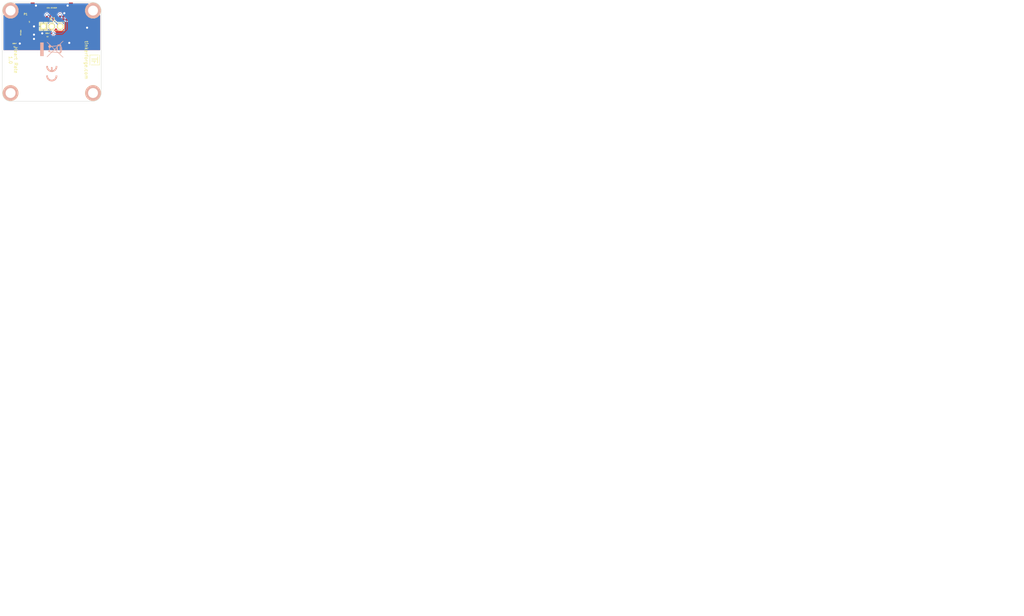
<source format=kicad_pcb>
(kicad_pcb (version 3) (host pcbnew "(2013-07-24 BZR 4024)-stable")
  (title_block (title "Heart Rate Bricklet") (rev 1.0) (company "Tinkerforge GmbH") (comment 1 "Licensed under CERN OHL v.1.1") (comment 2 "Copyright (©) 2014, B.Nordmeyer <bastian@tinkerforge.com>"))
  (layers (15 F.Cu signal) (0 B.Cu signal) (18 B.Paste user) (19 F.Paste user) (20 B.SilkS user) (21 F.SilkS user) (22 B.Mask user) (23 F.Mask user) (28 Edge.Cuts user))
  (net 0 "")
  (net 1 GND)
  (net 2 N-000005)
  (net 3 N-000006)
  (net 4 SCL)
  (net 5 SDA)
  (net 6 VCC)
  (module CE_5mm (layer B.Cu) (at 106.3 82.8 90)
    (fp_text reference VAL hide)
    (fp_text value CE_5mm hide)
  )
  (module WEEE_7mm (layer B.Cu) (at 106.3 75.4 270)
    (fp_text reference VAL hide)
    (fp_text value WEEE_7mm hide)
  )
  (module DRILL_NP (layer F.Cu) (at 93.8 63.7)
    (fp_text reference U3 hide)
    (fp_text value DRILL hide)
    (pad "" np_thru_hole circle (at 0 0) (size 2.99974 2.99974) (drill 2.99974) (layers *.Cu *.Mask F.SilkS) (clearance 0.89916))
  )
  (module DRILL_NP (layer F.Cu) (at 118.8 63.7)
    (fp_text reference U4 hide)
    (fp_text value DRILL hide)
    (pad "" np_thru_hole circle (at 0 0) (size 2.99974 2.99974) (drill 2.99974) (layers *.Cu *.Mask F.SilkS) (clearance 0.89916))
  )
  (module DRILL_NP (layer F.Cu) (at 93.8 88.7)
    (fp_text reference U5 hide)
    (fp_text value DRILL hide)
    (pad "" np_thru_hole circle (at 0 0) (size 2.99974 2.99974) (drill 2.99974) (layers *.Cu *.Mask F.SilkS) (clearance 0.89916))
  )
  (module 0603 (layer F.Cu) (at 105 70.6 180)
    (fp_text reference C2 (at 0 -1.00076 180) (layer F.SilkS) (effects (font (size 0.29972 0.29972) (thickness 0.0762))))
    (fp_text value 100nF (at 0 0 180) (layer F.SilkS) (effects (font (size 0.29972 0.29972) (thickness 0.0762))))
    (pad 1 smd rect (at -0.8001 0 180) (size 0.8001 0.8001) (layers F.Cu F.Paste F.Mask) (net 6 VCC))
    (pad 2 smd rect (at 0.8001 0 180) (size 0.8001 0.8001) (layers F.Cu F.Paste F.Mask) (net 1 GND))
  )
  (module 0603 (layer F.Cu) (at 95 73.7 180)
    (fp_text reference C1 (at 0 -1.00076 180) (layer F.SilkS) (effects (font (size 0.29972 0.29972) (thickness 0.0762))))
    (fp_text value 100nF (at 0 0 180) (layer F.SilkS) (effects (font (size 0.29972 0.29972) (thickness 0.0762))))
    (pad 1 smd rect (at -0.8001 0 180) (size 0.8001 0.8001) (layers F.Cu F.Paste F.Mask) (net 1 GND))
    (pad 2 smd rect (at 0.8001 0 180) (size 0.8001 0.8001) (layers F.Cu F.Paste F.Mask) (net 6 VCC))
  )
  (module CON-SENSOR (layer F.Cu) (at 106.3 61.3 180)
    (fp_text reference P1 (at 7.9502 -3.50012 180) (layer F.SilkS) (effects (font (size 0.59944 0.59944) (thickness 0.12446))))
    (fp_text value CON-SENSOR (at 0 -1.6002 180) (layer F.SilkS) (effects (font (size 0.29972 0.29972) (thickness 0.07112))))
    (pad 1 smd rect (at -4.50088 -4.7752 180) (size 0.59944 1.5494) (layers F.Cu F.Paste F.Mask))
    (pad 2 smd rect (at -3.50012 -4.7752 180) (size 0.59944 1.5494) (layers F.Cu F.Paste F.Mask) (net 1 GND))
    (pad 3 smd rect (at -2.49936 -4.7752 180) (size 0.59944 1.5494) (layers F.Cu F.Paste F.Mask) (net 6 VCC))
    (pad 4 smd rect (at -1.50114 -4.7752 180) (size 0.59944 1.5494) (layers F.Cu F.Paste F.Mask) (net 4 SCL))
    (pad 5 smd rect (at -0.50038 -4.7752 180) (size 0.59944 1.5494) (layers F.Cu F.Paste F.Mask) (net 5 SDA))
    (pad 6 smd rect (at 0.50038 -4.7752 180) (size 0.59944 1.5494) (layers F.Cu F.Paste F.Mask) (net 3 N-000006))
    (pad 7 smd rect (at 1.50114 -4.7752 180) (size 0.59944 1.5494) (layers F.Cu F.Paste F.Mask) (net 2 N-000005))
    (pad 8 smd rect (at 2.49936 -4.7752 180) (size 0.59944 1.5494) (layers F.Cu F.Paste F.Mask))
    (pad 9 smd rect (at 3.50012 -4.7752 180) (size 0.59944 1.5494) (layers F.Cu F.Paste F.Mask))
    (pad 10 smd rect (at 4.50088 -4.7752 180) (size 0.59944 1.5494) (layers F.Cu F.Paste F.Mask))
    (pad EP smd rect (at -5.79882 -0.89916 180) (size 1.19888 1.80086) (layers F.Cu F.Paste F.Mask) (net 1 GND))
    (pad EP smd rect (at 5.79882 -0.89916 180) (size 1.19888 1.80086) (layers F.Cu F.Paste F.Mask) (net 1 GND))
  )
  (module Logo_31x31 (layer F.Cu) (at 120.9 77.1 270)
    (fp_text reference G*** hide)
    (fp_text value Logo_31x31 hide)
  )
  (module PIN_ARRAY_3X1 (layer F.Cu) (at 106.3 68.5)
    (fp_text reference K1 (at 0.254 -2.159) (layer F.SilkS) (effects (font (size 1.016 1.016) (thickness 0.1524))))
    (fp_text value CONN_3 hide)
    (pad 1 thru_hole rect (at -2.54 0) (size 2 2) (drill 1.3) (layers *.Cu *.Mask F.SilkS) (net 1 GND))
    (pad 2 thru_hole circle (at 0 0) (size 2 2) (drill 1.3) (layers *.Cu *.Mask F.SilkS) (net 6 VCC))
    (pad 3 thru_hole circle (at 2.54 0) (size 2 2) (drill 1.3) (layers *.Cu *.Mask F.SilkS) (net 2 N-000005))
  )
  (module SOIC8 (layer F.Cu) (at 96.9 70.4 90)
    (fp_text reference U1 (at 3.29946 2.60096 90) (layer F.SilkS) (effects (font (size 0.29972 0.29972) (thickness 0.0762))))
    (fp_text value M24C64 (at 0 0 90) (layer F.SilkS) (effects (font (size 0.29972 0.29972) (thickness 0.0762))))
    (pad 1 smd rect (at -1.90246 2.69748 270) (size 0.59944 1.5494) (layers F.Cu F.Paste F.Mask) (net 1 GND))
    (pad 2 smd rect (at -0.63246 2.69748 270) (size 0.59944 1.5494) (layers F.Cu F.Paste F.Mask) (net 1 GND))
    (pad 3 smd rect (at 0.63246 2.69748 270) (size 0.59944 1.5494) (layers F.Cu F.Paste F.Mask) (net 3 N-000006))
    (pad 4 smd rect (at 1.90246 2.69748 270) (size 0.59944 1.5494) (layers F.Cu F.Paste F.Mask) (net 1 GND))
    (pad 5 smd rect (at 1.90246 -2.69748 90) (size 0.59944 1.5494) (layers F.Cu F.Paste F.Mask) (net 5 SDA))
    (pad 6 smd rect (at 0.63246 -2.69748 90) (size 0.59944 1.5494) (layers F.Cu F.Paste F.Mask) (net 4 SCL))
    (pad 7 smd rect (at -0.63246 -2.69748 90) (size 0.59944 1.5494) (layers F.Cu F.Paste F.Mask))
    (pad 8 smd rect (at -1.90246 -2.69748 90) (size 0.59944 1.5494) (layers F.Cu F.Paste F.Mask) (net 6 VCC))
  )
  (module DRILL_NP (layer F.Cu) (at 118.8 88.7 180)
    (fp_text reference U2 hide)
    (fp_text value DRILL hide)
    (pad "" np_thru_hole circle (at 0 0 180) (size 2.99974 2.99974) (drill 2.99974) (layers *.Cu *.Mask F.SilkS) (clearance 0.89916))
  )
  (gr_line (start 91.3 63.7) (end 91.3 88.7) (angle 90) (layer Edge.Cuts) (width 0.1))
  (gr_line (start 121.3 88.7) (end 121.3 63.7) (angle 90) (layer Edge.Cuts) (width 0.1))
  (gr_line (start 93.8 91.2) (end 118.8 91.2) (angle 90) (layer Edge.Cuts) (width 0.1))
  (gr_line (start 118.8 61.2) (end 93.8 61.2) (angle 90) (layer Edge.Cuts) (width 0.1))
  (gr_arc (start 93.8 63.7) (end 91.3 63.7) (angle 90) (layer Edge.Cuts) (width 0.1))
  (gr_arc (start 93.8 88.7) (end 93.8 91.2) (angle 90) (layer Edge.Cuts) (width 0.1))
  (gr_arc (start 118.8 88.7) (end 121.3 88.7) (angle 90) (layer Edge.Cuts) (width 0.1))
  (gr_arc (start 118.8 63.7) (end 118.8 61.2) (angle 90) (layer Edge.Cuts) (width 0.1))
  (gr_text tinkerforge.com (at 116.8 78.7 270) (layer F.SilkS) (effects (font (size 1 1))))
  (gr_text "Heart Rate\n1.0" (at 94.6 78.7 270) (layer F.SilkS) (effects (font (size 1 1))))
  (segment (start 103.4 70.6) (end 104.6 70.6) (width 0.254) (layer B.Cu) (net 1))
  (via (at 117 68.9) (size 0.889) (layers F.Cu B.Cu) (net 1))
  (segment (start 116.2 68.9) (end 117 68.9) (width 0.254) (layer F.Cu) (net 1))
  (segment (start 111.6 73.5) (end 116.2 68.9) (width 0.254) (layer F.Cu) (net 1))
  (via (at 111.6 73.5) (size 0.889) (layers F.Cu B.Cu) (net 1))
  (segment (start 107.5 73.5) (end 111.6 73.5) (width 0.254) (layer B.Cu) (net 1))
  (segment (start 104.6 70.6) (end 107.5 73.5) (width 0.254) (layer B.Cu) (net 1))
  (segment (start 100.9 68.5) (end 100.9 62.8) (width 0.254) (layer B.Cu) (net 1))
  (segment (start 100.9 62.8) (end 101.5 62.2) (width 0.254) (layer B.Cu) (net 1))
  (segment (start 111.1 62.2) (end 101.5 62.2) (width 0.254) (layer B.Cu) (net 1))
  (segment (start 101.49916 62.19916) (end 100.50118 62.19916) (width 0.254) (layer F.Cu) (net 1))
  (via (at 101.5 62.2) (size 0.889) (layers F.Cu B.Cu) (net 1))
  (segment (start 101.5 62.2) (end 101.49916 62.19916) (width 0.254) (layer F.Cu) (net 1))
  (segment (start 109.80012 66.0752) (end 109.80012 64.79988) (width 0.254) (layer F.Cu) (net 1))
  (segment (start 111.10084 62.19916) (end 112.09882 62.19916) (width 0.254) (layer F.Cu) (net 1))
  (segment (start 111.1 62.2) (end 111.10084 62.19916) (width 0.254) (layer F.Cu) (net 1))
  (via (at 111.1 62.2) (size 0.889) (layers F.Cu B.Cu) (net 1))
  (segment (start 111.1 63.5) (end 111.1 62.2) (width 0.254) (layer B.Cu) (net 1))
  (segment (start 110.1 64.5) (end 111.1 63.5) (width 0.254) (layer B.Cu) (net 1))
  (via (at 110.1 64.5) (size 0.889) (layers F.Cu B.Cu) (net 1))
  (segment (start 109.80012 64.79988) (end 110.1 64.5) (width 0.254) (layer F.Cu) (net 1))
  (segment (start 103.76 68.5) (end 100.9 68.5) (width 0.254) (layer B.Cu) (net 1))
  (segment (start 95.8001 73.7) (end 96.6 73.7) (width 0.254) (layer F.Cu) (net 1))
  (segment (start 98 72.3) (end 100.9 72.3) (width 0.254) (layer B.Cu) (net 1))
  (segment (start 96.6 73.7) (end 98 72.3) (width 0.254) (layer B.Cu) (net 1))
  (via (at 96.6 73.7) (size 0.889) (layers F.Cu B.Cu) (net 1))
  (segment (start 99.59748 68.49754) (end 100.89754 68.49754) (width 0.254) (layer F.Cu) (net 1))
  (segment (start 100.9 68.5) (end 100.9 71) (width 0.254) (layer B.Cu) (net 1))
  (via (at 100.9 68.5) (size 0.889) (layers F.Cu B.Cu) (net 1))
  (segment (start 100.89754 68.49754) (end 100.9 68.5) (width 0.254) (layer F.Cu) (net 1))
  (segment (start 99.59748 72.30246) (end 100.89754 72.30246) (width 0.254) (layer F.Cu) (net 1))
  (segment (start 100.9 72.3) (end 100.9 71) (width 0.254) (layer B.Cu) (net 1))
  (via (at 100.9 72.3) (size 0.889) (layers F.Cu B.Cu) (net 1))
  (segment (start 100.89754 72.30246) (end 100.9 72.3) (width 0.254) (layer F.Cu) (net 1))
  (segment (start 99.59748 71.03246) (end 100.86754 71.03246) (width 0.254) (layer F.Cu) (net 1))
  (segment (start 103.4 70.6) (end 104.1999 70.6) (width 0.254) (layer F.Cu) (net 1))
  (via (at 103.4 70.6) (size 0.889) (layers F.Cu B.Cu) (net 1))
  (segment (start 101.3 70.6) (end 103.4 70.6) (width 0.254) (layer B.Cu) (net 1))
  (segment (start 100.9 71) (end 101.3 70.6) (width 0.254) (layer B.Cu) (net 1))
  (via (at 100.9 71) (size 0.889) (layers F.Cu B.Cu) (net 1))
  (segment (start 100.86754 71.03246) (end 100.9 71) (width 0.254) (layer F.Cu) (net 1))
  (segment (start 108.84 68.5) (end 108.7 68.5) (width 0.254) (layer B.Cu) (net 2))
  (segment (start 104.79886 65.00114) (end 104.8 65) (width 0.254) (layer F.Cu) (net 2))
  (via (at 104.8 65) (size 0.889) (layers F.Cu B.Cu) (net 2))
  (segment (start 104.79886 65.00114) (end 104.79886 66.0752) (width 0.254) (layer F.Cu) (net 2))
  (segment (start 105.2 65) (end 104.8 65) (width 0.254) (layer B.Cu) (net 2))
  (segment (start 108.7 68.5) (end 105.2 65) (width 0.254) (layer B.Cu) (net 2))
  (segment (start 105.79962 66.0752) (end 105.79962 64.69962) (width 0.254) (layer F.Cu) (net 3))
  (segment (start 98.56754 69.76754) (end 99.59748 69.76754) (width 0.254) (layer F.Cu) (net 3))
  (segment (start 98.2 69.4) (end 98.56754 69.76754) (width 0.254) (layer F.Cu) (net 3))
  (segment (start 98.2 67.7) (end 98.2 69.4) (width 0.254) (layer F.Cu) (net 3))
  (segment (start 100.995998 64.904002) (end 98.2 67.7) (width 0.254) (layer F.Cu) (net 3))
  (segment (start 103.095998 64.904002) (end 100.995998 64.904002) (width 0.254) (layer F.Cu) (net 3))
  (segment (start 103.9 64.1) (end 103.095998 64.904002) (width 0.254) (layer F.Cu) (net 3))
  (segment (start 105.2 64.1) (end 103.9 64.1) (width 0.254) (layer F.Cu) (net 3))
  (segment (start 105.79962 64.69962) (end 105.2 64.1) (width 0.254) (layer F.Cu) (net 3))
  (segment (start 107.80114 64.70114) (end 105.9 62.8) (width 0.254) (layer F.Cu) (net 4))
  (segment (start 102.7 62.8) (end 101.7 63.8) (width 0.254) (layer F.Cu) (net 4))
  (segment (start 105.9 62.8) (end 102.7 62.8) (width 0.254) (layer F.Cu) (net 4))
  (segment (start 107.80114 66.0752) (end 107.80114 64.70114) (width 0.254) (layer F.Cu) (net 4))
  (segment (start 93.56754 69.76754) (end 94.20252 69.76754) (width 0.254) (layer F.Cu) (net 4))
  (segment (start 92.8 69) (end 93.56754 69.76754) (width 0.254) (layer F.Cu) (net 4))
  (segment (start 92.8 68.1) (end 92.8 69) (width 0.254) (layer F.Cu) (net 4))
  (segment (start 93.4 67.5) (end 92.8 68.1) (width 0.254) (layer F.Cu) (net 4))
  (segment (start 96.2 67.5) (end 93.4 67.5) (width 0.254) (layer F.Cu) (net 4))
  (segment (start 99.9 63.8) (end 96.2 67.5) (width 0.254) (layer F.Cu) (net 4))
  (segment (start 101.7 63.8) (end 99.9 63.8) (width 0.254) (layer F.Cu) (net 4))
  (segment (start 106.80038 65.15) (end 106.80038 64.70038) (width 0.254) (layer F.Cu) (net 5))
  (segment (start 103.3 63.5) (end 102.4 64.4) (width 0.254) (layer F.Cu) (net 5))
  (segment (start 105.6 63.5) (end 103.3 63.5) (width 0.254) (layer F.Cu) (net 5))
  (segment (start 106.80038 64.70038) (end 105.6 63.5) (width 0.254) (layer F.Cu) (net 5))
  (segment (start 94.20252 68.49754) (end 96.40246 68.49754) (width 0.254) (layer F.Cu) (net 5))
  (segment (start 100.5 64.4) (end 102.4 64.4) (width 0.254) (layer F.Cu) (net 5))
  (segment (start 96.40246 68.49754) (end 100.5 64.4) (width 0.254) (layer F.Cu) (net 5))
  (segment (start 106.80038 65.15) (end 106.80038 66.0752) (width 0.254) (layer F.Cu) (net 5))
  (segment (start 108.79936 66.0752) (end 108.79936 64.90064) (width 0.254) (layer F.Cu) (net 6))
  (segment (start 106.8 70.6) (end 105.8001 70.6) (width 0.254) (layer F.Cu) (net 6))
  (via (at 106.8 70.6) (size 0.889) (layers F.Cu B.Cu) (net 6))
  (segment (start 109.4 70.6) (end 106.8 70.6) (width 0.254) (layer B.Cu) (net 6))
  (segment (start 110.7 69.3) (end 109.4 70.6) (width 0.254) (layer B.Cu) (net 6))
  (segment (start 110.7 66.8) (end 110.7 69.3) (width 0.254) (layer B.Cu) (net 6))
  (segment (start 108.8 64.9) (end 110.7 66.8) (width 0.254) (layer B.Cu) (net 6))
  (via (at 108.8 64.9) (size 0.889) (layers F.Cu B.Cu) (net 6))
  (segment (start 108.79936 64.90064) (end 108.8 64.9) (width 0.254) (layer F.Cu) (net 6))
  (segment (start 94.1999 73.7) (end 94.1999 74.0999) (width 0.254) (layer F.Cu) (net 6))
  (segment (start 105.8001 71.5999) (end 105.8001 70.6) (width 0.254) (layer F.Cu) (net 6))
  (segment (start 102.6 74.8) (end 105.8001 71.5999) (width 0.254) (layer F.Cu) (net 6))
  (segment (start 94.9 74.8) (end 102.6 74.8) (width 0.254) (layer F.Cu) (net 6))
  (segment (start 94.1999 74.0999) (end 94.9 74.8) (width 0.254) (layer F.Cu) (net 6))
  (segment (start 94.1999 73.7) (end 94.1999 72.30508) (width 0.254) (layer F.Cu) (net 6))
  (segment (start 94.1999 72.30508) (end 94.20252 72.30246) (width 0.254) (layer F.Cu) (net 6))
  (segment (start 105.8001 70.6) (end 105.8001 68.9999) (width 0.254) (layer F.Cu) (net 6))
  (segment (start 105.8001 68.9999) (end 106.3 68.5) (width 0.254) (layer F.Cu) (net 6))
  (zone (net 1) (net_name GND) (layer B.Cu) (connect_pads (clearance 0.299)) (min_thickness 0.2) (fill (arc_segments 16) (thermal_gap 0.3) (thermal_bridge_width 0.3))
    (polygon (pts (xy 91.3 75.7) (xy 91.3 61.2) (xy 121.3 61.2) (xy 121.3 75.7)))
  )
  (zone (net 1) (net_name GND) (layer F.Cu) (connect_pads (clearance 0.299)) (min_thickness 0.2) (fill (arc_segments 16) (thermal_gap 0.3) (thermal_bridge_width 0.3))
    (polygon (pts (xy 121.3 75.7) (xy 91.3 75.7) (xy 91.3 61.2) (xy 121.3 61.2)))
  )
)
</source>
